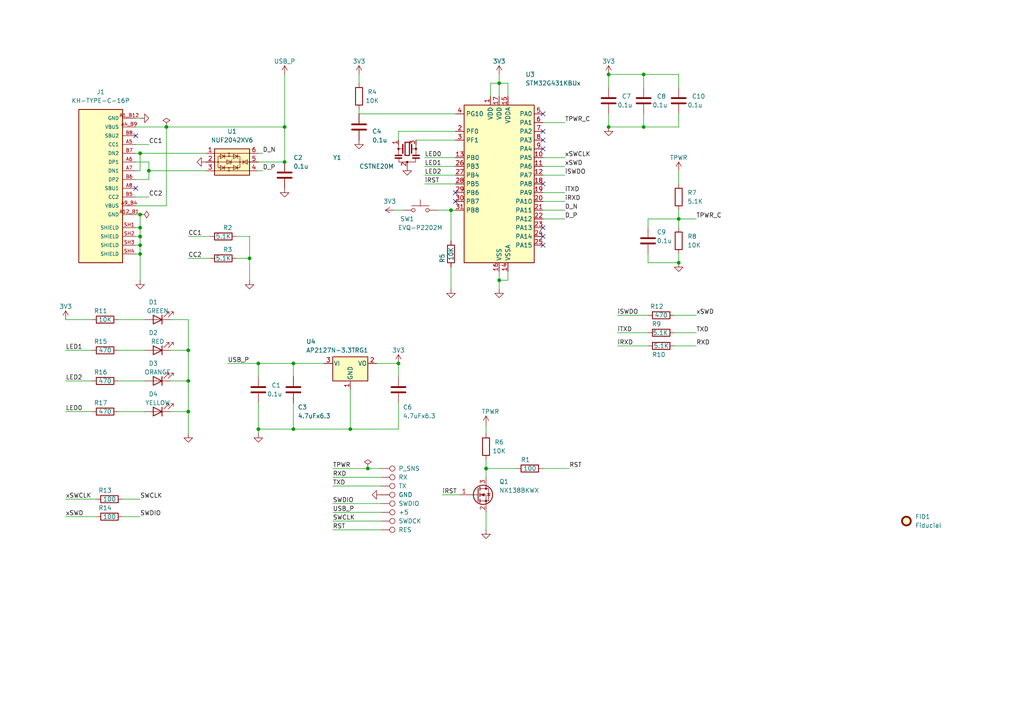
<source format=kicad_sch>
(kicad_sch (version 20231120) (generator "eeschema") (generator_version "8.0")
  (paper "A4")
  (lib_symbols
    (symbol "Connector:TestPoint" (pin_numbers hide) (pin_names (offset 0.762) hide)
      (property "Reference" "TP" (at 0 6.858 0))
      (property "Value" "TestPoint" (at 0 5.08 0))
      (symbol "TestPoint_0_1"
        (circle (center 0 3.302) (radius 0.762))
      )
      (symbol "TestPoint_1_1"
        (pin passive line (at 0 0 90) (length 2.54) (name "1") (number "1"))
      )
    )
    (symbol "Device:C" (pin_numbers hide) (pin_names (offset 0.254))
      (property "Reference" "C" (at 0.635 2.54 0))
      (property "Value" "C" (at 0.635 -2.54 0))
      (symbol "C_0_1"
        (polyline (pts (xy -2.032 -0.762) (xy 2.032 -0.762)) (stroke (width 0.508)))
        (polyline (pts (xy -2.032 0.762) (xy 2.032 0.762)) (stroke (width 0.508)))
      )
      (symbol "C_1_1"
        (pin passive line (at 0 3.81 270) (length 2.794) (name "~") (number "1"))
        (pin passive line (at 0 -3.81 90) (length 2.794) (name "~") (number "2"))
      )
    )
    (symbol "Device:LED" (pin_numbers hide) (pin_names (offset 1.016) hide)
      (property "Reference" "D" (at 0 2.54 0))
      (property "Value" "LED" (at 0 -2.54 0))
      (symbol "LED_0_1"
        (polyline (pts (xy -1.27 -1.27) (xy -1.27 1.27)) (stroke (width 0.254)))
        (polyline (pts (xy -1.27 0) (xy 1.27 0)))
        (polyline (pts (xy 1.27 -1.27) (xy 1.27 1.27) (xy -1.27 0) (xy 1.27 -1.27)) (stroke (width 0.254)))
        (polyline (pts (xy -3.048 -0.762) (xy -4.572 -2.286) (xy -3.81 -2.286) (xy -4.572 -2.286) (xy -4.572 -1.524)))
        (polyline (pts (xy -1.778 -0.762) (xy -3.302 -2.286) (xy -2.54 -2.286) (xy -3.302 -2.286) (xy -3.302 -1.524)))
      )
      (symbol "LED_1_1"
        (pin passive line (at -3.81 0 0) (length 2.54) (name "K") (number "1"))
        (pin passive line (at 3.81 0 180) (length 2.54) (name "A") (number "2"))
      )
    )
    (symbol "Device:R" (pin_numbers hide) (pin_names (offset 0))
      (property "Reference" "R" (at 2.032 0 90))
      (property "Value" "R" (at 0 0 90))
      (symbol "R_0_1"
        (rectangle (start -1.016 -2.54) (end 1.016 2.54) (stroke (width 0.254)))
      )
      (symbol "R_1_1"
        (pin passive line (at 0 3.81 270) (length 1.27) (name "~") (number "1"))
        (pin passive line (at 0 -3.81 90) (length 1.27) (name "~") (number "2"))
      )
    )
    (symbol "Device:Resonator_Small" (pin_names (offset 1.016) hide)
      (property "Reference" "Y" (at 3.175 1.905 0))
      (property "Value" "Resonator_Small" (at 3.175 0 0))
      (symbol "Resonator_Small_0_1"
        (rectangle (start -3.556 -2.54) (end -1.524 -2.794) (fill (type outline)))
        (rectangle (start -3.556 -1.778) (end -1.524 -2.032) (fill (type outline)))
        (circle (center -2.54 0) (radius 0.254) (fill (type outline)))
        (rectangle (start -0.635 1.905) (end 0.635 -1.905) (stroke (width 0.3048)))
        (circle (center 0 -3.81) (radius 0.254) (fill (type outline)))
        (polyline (pts (xy -2.54 -1.778) (xy -2.54 0)))
        (polyline (pts (xy -2.54 0) (xy -1.397 0)))
        (polyline (pts (xy -2.54 1.27) (xy -2.54 0)))
        (polyline (pts (xy -1.27 -1.27) (xy -1.27 1.27)) (stroke (width 0.381)))
        (polyline (pts (xy 1.27 -1.27) (xy 1.27 1.27)) (stroke (width 0.381)))
        (polyline (pts (xy 1.27 0) (xy 2.54 0)))
        (polyline (pts (xy 2.54 0) (xy 2.54 -1.778)))
        (polyline (pts (xy 2.54 1.27) (xy 2.54 0)))
        (polyline (pts (xy 2.413 -2.794) (xy 2.413 -3.81) (xy -2.413 -3.81) (xy -2.413 -2.667)))
        (rectangle (start 1.524 -2.54) (end 3.556 -2.794) (fill (type outline)))
        (rectangle (start 1.524 -1.778) (end 3.556 -2.032) (fill (type outline)))
        (circle (center 2.54 0) (radius 0.254) (fill (type outline)))
      )
      (symbol "Resonator_Small_1_1"
        (pin passive line (at -2.54 2.54 270) (length 1.27) (name "1") (number "1"))
        (pin passive line (at 0 -5.08 90) (length 1.27) (name "2") (number "2"))
        (pin passive line (at 2.54 2.54 270) (length 1.27) (name "3") (number "3"))
      )
    )
    (symbol "MCU_ST_STM32G4:STM32G431KBUx"
      (property "Reference" "U" (at -10.16 24.13 0))
      (property "Value" "STM32G431KBUx" (at 5.08 24.13 0))
      (symbol "STM32G431KBUx_0_1"
        (rectangle (start -10.16 -22.86) (end 10.16 22.86) (stroke (width 0.254)) (fill (type background)))
      )
      (symbol "STM32G431KBUx_1_1"
        (pin power_in line (at -2.54 25.4 270) (length 2.54) (name "VDD") (number "1"))
        (pin bidirectional line (at 12.7 7.62 180) (length 2.54) (name "PA5") (number "10"))
        (pin bidirectional line (at 12.7 5.08 180) (length 2.54) (name "PA6") (number "11"))
        (pin bidirectional line (at 12.7 2.54 180) (length 2.54) (name "PA7") (number "12"))
        (pin bidirectional line (at -12.7 7.62 0) (length 2.54) (name "PB0") (number "13"))
        (pin power_in line (at 2.54 -25.4 90) (length 2.54) (name "VSSA") (number "14"))
        (pin power_in line (at 2.54 25.4 270) (length 2.54) (name "VDDA") (number "15"))
        (pin power_in line (at 0 -25.4 90) (length 2.54) (name "VSS") (number "16"))
        (pin power_in line (at 0 25.4 270) (length 2.54) (name "VDD") (number "17"))
        (pin bidirectional line (at 12.7 0 180) (length 2.54) (name "PA8") (number "18"))
        (pin bidirectional line (at 12.7 -2.54 180) (length 2.54) (name "PA9") (number "19"))
        (pin bidirectional line (at -12.7 15.24 0) (length 2.54) (name "PF0") (number "2"))
        (pin bidirectional line (at 12.7 -5.08 180) (length 2.54) (name "PA10") (number "20"))
        (pin bidirectional line (at 12.7 -7.62 180) (length 2.54) (name "PA11") (number "21"))
        (pin bidirectional line (at 12.7 -10.16 180) (length 2.54) (name "PA12") (number "22"))
        (pin bidirectional line (at 12.7 -12.7 180) (length 2.54) (name "PA13") (number "23"))
        (pin bidirectional line (at 12.7 -15.24 180) (length 2.54) (name "PA14") (number "24"))
        (pin bidirectional line (at 12.7 -17.78 180) (length 2.54) (name "PA15") (number "25"))
        (pin bidirectional line (at -12.7 5.08 0) (length 2.54) (name "PB3") (number "26"))
        (pin bidirectional line (at -12.7 2.54 0) (length 2.54) (name "PB4") (number "27"))
        (pin bidirectional line (at -12.7 0 0) (length 2.54) (name "PB5") (number "28"))
        (pin bidirectional line (at -12.7 -2.54 0) (length 2.54) (name "PB6") (number "29"))
        (pin bidirectional line (at -12.7 12.7 0) (length 2.54) (name "PF1") (number "3"))
        (pin bidirectional line (at -12.7 -5.08 0) (length 2.54) (name "PB7") (number "30"))
        (pin bidirectional line (at -12.7 -7.62 0) (length 2.54) (name "PB8") (number "31"))
        (pin passive line (at 0 -25.4 90) (length 2.54) hide (name "VSS") (number "32"))
        (pin passive line (at 0 -25.4 90) (length 2.54) hide (name "VSS") (number "33"))
        (pin bidirectional line (at -12.7 20.32 0) (length 2.54) (name "PG10") (number "4"))
        (pin bidirectional line (at 12.7 20.32 180) (length 2.54) (name "PA0") (number "5"))
        (pin bidirectional line (at 12.7 17.78 180) (length 2.54) (name "PA1") (number "6"))
        (pin bidirectional line (at 12.7 15.24 180) (length 2.54) (name "PA2") (number "7"))
        (pin bidirectional line (at 12.7 12.7 180) (length 2.54) (name "PA3") (number "8"))
        (pin bidirectional line (at 12.7 10.16 180) (length 2.54) (name "PA4") (number "9"))
      )
    )
    (symbol "Mechanical:Fiducial"
      (property "Reference" "FID" (at 0 5.08 0))
      (property "Value" "Fiducial" (at 0 3.175 0))
      (symbol "Fiducial_0_1"
        (circle (center 0 0) (radius 1.27) (stroke (width 0.508)) (fill (type background)))
      )
    )
    (symbol "MyLib:KH-TYPE-C-16P" (pin_names (offset 1.016))
      (property "Reference" "J1" (at -5.08 11.43 0))
      (property "Value" "KH-TYPE-C-16P" (at 2.54 -35.56 0))
      (symbol "KH-TYPE-C-16P_0_0"
        (rectangle (start -6.35 10.16) (end 6.35 -34.29) (stroke (width 0.254)) (fill (type background)))
        (pin power_in line (at 10.16 -20.32 180) (length 3.81) (name "GND") (number "A12_B1"))
        (pin power_in line (at 10.16 7.62 180) (length 3.81) (name "GND") (number "A1_B12"))
        (pin power_in line (at 10.16 5.08 180) (length 3.81) (name "VBUS") (number "A4_B9"))
        (pin bidirectional line (at 10.16 0 180) (length 3.81) (name "CC1") (number "A5"))
        (pin bidirectional line (at 10.16 -5.08 180) (length 3.81) (name "DP1") (number "A6"))
        (pin bidirectional line (at 10.16 -7.62 180) (length 3.81) (name "DN1") (number "A7"))
        (pin bidirectional line (at 10.16 -12.7 180) (length 3.81) (name "SBU1") (number "A8"))
        (pin power_in line (at 10.16 -17.78 180) (length 3.81) (name "VBUS") (number "A9_B4"))
        (pin bidirectional line (at 10.16 -15.24 180) (length 3.81) (name "CC2") (number "B5"))
        (pin bidirectional line (at 10.16 -10.16 180) (length 3.81) (name "DP2") (number "B6"))
        (pin bidirectional line (at 10.16 -2.54 180) (length 3.81) (name "DN2") (number "B7"))
        (pin bidirectional line (at 10.16 2.54 180) (length 3.81) (name "SBU2") (number "B8"))
        (pin passive line (at 10.16 -24.13 180) (length 3.81) (name "SHIELD") (number "SH1"))
        (pin passive line (at 10.16 -26.67 180) (length 3.81) (name "SHIELD") (number "SH2"))
        (pin passive line (at 10.16 -29.21 180) (length 3.81) (name "SHIELD") (number "SH3"))
        (pin passive line (at 10.16 -31.75 180) (length 3.81) (name "SHIELD") (number "SH4"))
      )
    )
    (symbol "Power_Protection:WE-TVS-82400102"
      (property "Reference" "U" (at 0 7.62 0))
      (property "Value" "WE-TVS-82400102" (at 0 5.08 0))
      (symbol "WE-TVS-82400102_0_1"
        (circle (center -4.064 0) (radius 0.127))
        (rectangle (start -4.064 1.651) (end 2.286 -1.651))
        (circle (center -0.889 -2.54) (radius 0.127))
        (circle (center -0.889 -1.651) (radius 0.127))
        (circle (center -0.889 1.651) (radius 0.127))
        (circle (center -0.889 2.54) (radius 0.127))
        (polyline (pts (xy -5.08 -2.54) (xy 5.08 -2.54)))
        (polyline (pts (xy -5.08 2.54) (xy 5.08 2.54)))
        (polyline (pts (xy -4.064 0) (xy -5.08 0)))
        (polyline (pts (xy -4.064 0) (xy 2.286 0)) (fill (type outline)))
        (polyline (pts (xy -2.159 -1.016) (xy -2.159 -2.286)))
        (polyline (pts (xy -2.159 2.286) (xy -2.159 1.016)))
        (polyline (pts (xy -0.889 -1.651) (xy -0.889 -2.413)))
        (polyline (pts (xy -0.889 1.651) (xy -0.889 2.54)))
        (polyline (pts (xy -0.508 -0.635) (xy -0.508 -0.635)))
        (polyline (pts (xy 1.651 -1.016) (xy 1.651 -2.286)))
        (polyline (pts (xy 1.651 2.286) (xy 1.651 1.016)))
        (polyline (pts (xy 2.286 0) (xy 5.08 0)))
        (polyline (pts (xy -3.429 -1.016) (xy -3.429 -2.286) (xy -2.159 -1.651) (xy -3.429 -1.016)))
        (polyline (pts (xy -3.429 1.016) (xy -3.429 2.286) (xy -2.159 1.651) (xy -3.429 1.016)))
        (polyline (pts (xy 0 0.635) (xy -0.254 0.381) (xy -0.254 -0.381) (xy -0.508 -0.635)))
        (polyline (pts (xy 0.381 -1.016) (xy 0.381 -2.286) (xy 1.651 -1.651) (xy 0.381 -1.016)))
        (polyline (pts (xy 0.381 1.016) (xy 0.381 2.286) (xy 1.651 1.651) (xy 0.381 1.016)))
        (circle (center 2.286 0) (radius 0.127))
      )
      (symbol "WE-TVS-82400102_1_1"
        (rectangle (start -5.08 3.81) (end 5.08 -3.81) (stroke (width 0.254)) (fill (type background)))
        (polyline (pts (xy 3.175 0.635) (xy 3.175 -0.635)))
        (polyline (pts (xy -1.524 0.635) (xy -1.524 -0.635) (xy -0.254 0) (xy -1.524 0.635)))
        (polyline (pts (xy 4.445 0.635) (xy 4.445 -0.635) (xy 3.175 0) (xy 4.445 0.635)))
        (pin passive line (at -7.62 2.54 0) (length 2.54) (name "~") (number "1"))
        (pin passive line (at -7.62 0 0) (length 2.54) (name "~") (number "2"))
        (pin passive line (at -7.62 -2.54 0) (length 2.54) (name "~") (number "3"))
        (pin passive line (at 7.62 -2.54 180) (length 2.54) (name "~") (number "4"))
        (pin passive line (at 7.62 0 180) (length 2.54) (name "~") (number "5"))
        (pin passive line (at 7.62 2.54 180) (length 2.54) (name "~") (number "6"))
      )
    )
    (symbol "Regulator_Linear:MCP1700x-330xxTT" (pin_names (offset 0.254))
      (property "Reference" "U" (at -3.81 3.175 0))
      (property "Value" "MCP1700x-330xxTT" (at 0 3.175 0))
      (symbol "MCP1700x-330xxTT_0_1"
        (rectangle (start -5.08 1.905) (end 5.08 -5.08) (stroke (width 0.254)) (fill (type background)))
      )
      (symbol "MCP1700x-330xxTT_1_1"
        (pin power_in line (at 0 -7.62 90) (length 2.54) (name "GND") (number "1"))
        (pin power_out line (at 7.62 0 180) (length 2.54) (name "VO") (number "2"))
        (pin power_in line (at -7.62 0 0) (length 2.54) (name "VI") (number "3"))
      )
    )
    (symbol "Switch:SW_Push" (pin_numbers hide) (pin_names (offset 1.016) hide)
      (property "Reference" "SW" (at 1.27 2.54 0))
      (property "Value" "SW_Push" (at 0 -1.524 0))
      (symbol "SW_Push_0_1"
        (circle (center -2.032 0) (radius 0.508))
        (polyline (pts (xy 0 1.27) (xy 0 3.048)))
        (polyline (pts (xy 2.54 1.27) (xy -2.54 1.27)))
        (circle (center 2.032 0) (radius 0.508))
        (pin passive line (at -5.08 0 0) (length 2.54) (name "1") (number "1"))
        (pin passive line (at 5.08 0 180) (length 2.54) (name "2") (number "2"))
      )
    )
    (symbol "Transistor_FET:2N7002" (pin_names hide)
      (property "Reference" "Q" (at 5.08 1.905 0))
      (property "Value" "2N7002" (at 5.08 0 0))
      (symbol "2N7002_0_1"
        (polyline (pts (xy 0.254 0) (xy -2.54 0)))
        (polyline (pts (xy 0.254 1.905) (xy 0.254 -1.905)) (stroke (width 0.254)))
        (polyline (pts (xy 0.762 -1.27) (xy 0.762 -2.286)) (stroke (width 0.254)))
        (polyline (pts (xy 0.762 0.508) (xy 0.762 -0.508)) (stroke (width 0.254)))
        (polyline (pts (xy 0.762 2.286) (xy 0.762 1.27)) (stroke (width 0.254)))
        (polyline (pts (xy 2.54 2.54) (xy 2.54 1.778)))
        (polyline (pts (xy 2.54 -2.54) (xy 2.54 0) (xy 0.762 0)))
        (polyline (pts (xy 0.762 -1.778) (xy 3.302 -1.778) (xy 3.302 1.778) (xy 0.762 1.778)))
        (polyline (pts (xy 1.016 0) (xy 2.032 0.381) (xy 2.032 -0.381) (xy 1.016 0)) (fill (type outline)))
        (polyline (pts (xy 2.794 0.508) (xy 2.921 0.381) (xy 3.683 0.381) (xy 3.81 0.254)))
        (polyline (pts (xy 3.302 0.381) (xy 2.921 -0.254) (xy 3.683 -0.254) (xy 3.302 0.381)))
        (circle (center 1.651 0) (radius 2.794) (stroke (width 0.254)))
        (circle (center 2.54 -1.778) (radius 0.254) (fill (type outline)))
        (circle (center 2.54 1.778) (radius 0.254) (fill (type outline)))
      )
      (symbol "2N7002_1_1"
        (pin input line (at -5.08 0 0) (length 2.54) (name "G") (number "1"))
        (pin passive line (at 2.54 -5.08 90) (length 2.54) (name "S") (number "2"))
        (pin passive line (at 2.54 5.08 270) (length 2.54) (name "D") (number "3"))
      )
    )
    (symbol "power:+3.3V" (power) (pin_names (offset 0))
      (property "Value" "+3.3V" (at 0 3.556 0))
      (symbol "+3.3V_0_1"
        (polyline (pts (xy -0.762 1.27) (xy 0 2.54)))
        (polyline (pts (xy 0 0) (xy 0 2.54)))
        (polyline (pts (xy 0 2.54) (xy 0.762 1.27)))
      )
      (symbol "+3.3V_1_1"
        (pin power_in line (at 0 0 90) (length 0) hide (name "+3.3V") (number "1"))
      )
    )
    (symbol "power:GND" (power) (pin_names (offset 0))
      (property "Value" "GND" (at 0 -3.81 0))
      (symbol "GND_0_1"
        (polyline (pts (xy 0 0) (xy 0 -1.27) (xy 1.27 -1.27) (xy 0 -2.54) (xy -1.27 -1.27) (xy 0 -1.27)))
      )
      (symbol "GND_1_1"
        (pin power_in line (at 0 0 270) (length 0) hide (name "GND") (number "1"))
      )
    )
    (symbol "power:PWR_FLAG" (power) (pin_numbers hide) (pin_names (offset 0) hide)
      (property "Value" "PWR_FLAG" (at 0 3.81 0))
      (symbol "PWR_FLAG_0_0"
        (pin power_out line (at 0 0 90) (length 0) (name "pwr") (number "1"))
      )
      (symbol "PWR_FLAG_0_1"
        (polyline (pts (xy 0 0) (xy 0 1.27) (xy -1.016 1.905) (xy 0 2.54) (xy 1.016 1.905) (xy 0 1.27)))
      )
    )
    (symbol "power:VCC" (power) (pin_names (offset 0))
      (property "Value" "VCC" (at 0 3.81 0))
      (symbol "VCC_0_1"
        (polyline (pts (xy -0.762 1.27) (xy 0 2.54)))
        (polyline (pts (xy 0 0) (xy 0 2.54)))
        (polyline (pts (xy 0 2.54) (xy 0.762 1.27)))
      )
      (symbol "VCC_1_1"
        (pin power_in line (at 0 0 90) (length 0) hide (name "VCC") (number "1"))
      )
    )
  )
  (junction (at 196.85 76.2))
  (junction (at 144.78 24.13))
  (junction (at 115.57 105.41))
  (junction (at 144.78 81.28))
  (junction (at 40.64 66.04))
  (junction (at 40.64 44.45))
  (junction (at 54.61 101.6))
  (junction (at 196.85 63.5))
  (junction (at 140.97 135.89))
  (junction (at 106.68 135.89))
  (junction (at 176.53 36.83))
  (junction (at 40.64 68.58))
  (junction (at 186.69 36.83))
  (junction (at 54.61 119.38))
  (junction (at 72.39 74.93))
  (junction (at 43.18 49.53))
  (junction (at 74.93 124.46))
  (junction (at 40.64 62.23))
  (junction (at 40.64 73.66))
  (junction (at 101.6 124.46))
  (junction (at 176.53 21.59))
  (junction (at 186.69 21.59))
  (junction (at 54.61 110.49))
  (junction (at 82.55 46.99))
  (junction (at 48.26 36.83))
  (junction (at 82.55 36.83))
  (junction (at 85.09 124.46))
  (junction (at 130.81 60.96))
  (junction (at 85.09 105.41))
  (junction (at 40.64 71.12))
  (junction (at 74.93 105.41))
  (no_connect (at 157.48 66.04))
  (no_connect (at 39.37 54.61))
  (no_connect (at 157.48 38.1))
  (no_connect (at 157.48 53.34))
  (no_connect (at 157.48 43.18))
  (no_connect (at 157.48 33.02))
  (no_connect (at 157.48 71.12))
  (no_connect (at 157.48 40.64))
  (no_connect (at 132.08 58.42))
  (no_connect (at 39.37 39.37))
  (no_connect (at 132.08 55.88))
  (no_connect (at 157.48 68.58))
  (wire (pts (xy 74.93 109.22) (xy 74.93 105.41)))
  (wire (pts (xy 40.64 49.53) (xy 40.64 44.45)))
  (wire (pts (xy 163.83 45.72) (xy 157.48 45.72)))
  (wire (pts (xy 179.07 96.52) (xy 187.96 96.52)))
  (wire (pts (xy 19.05 144.78) (xy 27.94 144.78)))
  (wire (pts (xy 186.69 21.59) (xy 196.85 21.59)))
  (wire (pts (xy 187.96 73.66) (xy 187.96 76.2)))
  (wire (pts (xy 59.69 49.53) (xy 43.18 49.53)))
  (wire (pts (xy 130.81 77.47) (xy 130.81 83.82)))
  (wire (pts (xy 186.69 21.59) (xy 186.69 25.4)))
  (wire (pts (xy 140.97 135.89) (xy 140.97 138.43)))
  (wire (pts (xy 39.37 52.07) (xy 43.18 52.07)))
  (wire (pts (xy 196.85 66.04) (xy 196.85 63.5)))
  (wire (pts (xy 142.24 24.13) (xy 142.24 27.94)))
  (wire (pts (xy 72.39 68.58) (xy 68.58 68.58)))
  (wire (pts (xy 74.93 116.84) (xy 74.93 124.46)))
  (wire (pts (xy 54.61 92.71) (xy 54.61 101.6)))
  (wire (pts (xy 85.09 124.46) (xy 101.6 124.46)))
  (wire (pts (xy 82.55 21.59) (xy 82.55 36.83)))
  (wire (pts (xy 140.97 148.59) (xy 140.97 153.67)))
  (wire (pts (xy 19.05 110.49) (xy 26.67 110.49)))
  (wire (pts (xy 40.64 44.45) (xy 59.69 44.45)))
  (wire (pts (xy 96.52 146.05) (xy 110.49 146.05)))
  (wire (pts (xy 196.85 25.4) (xy 196.85 21.59)))
  (wire (pts (xy 43.18 52.07) (xy 43.18 49.53)))
  (wire (pts (xy 96.52 153.67) (xy 110.49 153.67)))
  (wire (pts (xy 40.64 71.12) (xy 40.64 73.66)))
  (wire (pts (xy 85.09 105.41) (xy 93.98 105.41)))
  (wire (pts (xy 72.39 74.93) (xy 68.58 74.93)))
  (wire (pts (xy 43.18 46.99) (xy 43.18 49.53)))
  (wire (pts (xy 196.85 49.53) (xy 196.85 53.34)))
  (wire (pts (xy 54.61 74.93) (xy 60.96 74.93)))
  (wire (pts (xy 157.48 135.89) (xy 165.1 135.89)))
  (wire (pts (xy 147.32 81.28) (xy 144.78 81.28)))
  (wire (pts (xy 49.53 110.49) (xy 54.61 110.49)))
  (wire (pts (xy 179.07 91.44) (xy 187.96 91.44)))
  (wire (pts (xy 39.37 36.83) (xy 48.26 36.83)))
  (wire (pts (xy 19.05 119.38) (xy 26.67 119.38)))
  (wire (pts (xy 144.78 24.13) (xy 144.78 27.94)))
  (wire (pts (xy 196.85 36.83) (xy 196.85 33.02)))
  (wire (pts (xy 196.85 60.96) (xy 196.85 63.5)))
  (wire (pts (xy 140.97 133.35) (xy 140.97 135.89)))
  (wire (pts (xy 74.93 124.46) (xy 85.09 124.46)))
  (wire (pts (xy 120.65 40.64) (xy 132.08 40.64)))
  (wire (pts (xy 116.84 60.96) (xy 114.3 60.96)))
  (wire (pts (xy 187.96 66.04) (xy 187.96 63.5)))
  (wire (pts (xy 96.52 135.89) (xy 106.68 135.89)))
  (wire (pts (xy 115.57 40.64) (xy 115.57 38.1)))
  (wire (pts (xy 163.83 50.8) (xy 157.48 50.8)))
  (wire (pts (xy 40.64 68.58) (xy 40.64 71.12)))
  (wire (pts (xy 34.29 92.71) (xy 41.91 92.71)))
  (wire (pts (xy 179.07 100.33) (xy 187.96 100.33)))
  (wire (pts (xy 128.27 143.51) (xy 133.35 143.51)))
  (wire (pts (xy 147.32 78.74) (xy 147.32 81.28)))
  (wire (pts (xy 74.93 125.73) (xy 74.93 124.46)))
  (wire (pts (xy 127 60.96) (xy 130.81 60.96)))
  (wire (pts (xy 176.53 21.59) (xy 176.53 25.4)))
  (wire (pts (xy 186.69 36.83) (xy 176.53 36.83)))
  (wire (pts (xy 104.14 21.59) (xy 104.14 24.13)))
  (wire (pts (xy 187.96 63.5) (xy 196.85 63.5)))
  (wire (pts (xy 144.78 83.82) (xy 144.78 81.28)))
  (wire (pts (xy 123.19 45.72) (xy 132.08 45.72)))
  (wire (pts (xy 40.64 34.29) (xy 39.37 34.29)))
  (wire (pts (xy 19.05 149.86) (xy 27.94 149.86)))
  (wire (pts (xy 106.68 135.89) (xy 110.49 135.89)))
  (wire (pts (xy 115.57 116.84) (xy 115.57 124.46)))
  (wire (pts (xy 163.83 48.26) (xy 157.48 48.26)))
  (wire (pts (xy 66.04 105.41) (xy 74.93 105.41)))
  (wire (pts (xy 39.37 49.53) (xy 40.64 49.53)))
  (wire (pts (xy 187.96 76.2) (xy 196.85 76.2)))
  (wire (pts (xy 49.53 101.6) (xy 54.61 101.6)))
  (wire (pts (xy 104.14 33.02) (xy 132.08 33.02)))
  (wire (pts (xy 144.78 81.28) (xy 144.78 78.74)))
  (wire (pts (xy 195.58 91.44) (xy 201.93 91.44)))
  (wire (pts (xy 123.19 48.26) (xy 132.08 48.26)))
  (wire (pts (xy 35.56 149.86) (xy 40.64 149.86)))
  (wire (pts (xy 40.64 62.23) (xy 39.37 62.23)))
  (wire (pts (xy 96.52 148.59) (xy 110.49 148.59)))
  (wire (pts (xy 96.52 151.13) (xy 110.49 151.13)))
  (wire (pts (xy 43.18 46.99) (xy 39.37 46.99)))
  (wire (pts (xy 104.14 31.75) (xy 104.14 33.02)))
  (wire (pts (xy 123.19 50.8) (xy 132.08 50.8)))
  (wire (pts (xy 130.81 69.85) (xy 130.81 60.96)))
  (wire (pts (xy 147.32 24.13) (xy 144.78 24.13)))
  (wire (pts (xy 157.48 60.96) (xy 163.83 60.96)))
  (wire (pts (xy 140.97 135.89) (xy 149.86 135.89)))
  (wire (pts (xy 40.64 68.58) (xy 39.37 68.58)))
  (wire (pts (xy 130.81 60.96) (xy 132.08 60.96)))
  (wire (pts (xy 40.64 66.04) (xy 40.64 68.58)))
  (wire (pts (xy 74.93 105.41) (xy 85.09 105.41)))
  (wire (pts (xy 176.53 33.02) (xy 176.53 36.83)))
  (wire (pts (xy 35.56 144.78) (xy 40.64 144.78)))
  (wire (pts (xy 115.57 105.41) (xy 115.57 109.22)))
  (wire (pts (xy 19.05 92.71) (xy 26.67 92.71)))
  (wire (pts (xy 48.26 59.69) (xy 39.37 59.69)))
  (wire (pts (xy 144.78 21.59) (xy 144.78 24.13)))
  (wire (pts (xy 147.32 24.13) (xy 147.32 27.94)))
  (wire (pts (xy 76.2 49.53) (xy 74.93 49.53)))
  (wire (pts (xy 196.85 36.83) (xy 186.69 36.83)))
  (wire (pts (xy 40.64 62.23) (xy 40.64 66.04)))
  (wire (pts (xy 101.6 124.46) (xy 115.57 124.46)))
  (wire (pts (xy 101.6 113.03) (xy 101.6 124.46)))
  (wire (pts (xy 85.09 109.22) (xy 85.09 105.41)))
  (wire (pts (xy 163.83 58.42) (xy 157.48 58.42)))
  (wire (pts (xy 34.29 101.6) (xy 41.91 101.6)))
  (wire (pts (xy 34.29 110.49) (xy 41.91 110.49)))
  (wire (pts (xy 115.57 38.1) (xy 132.08 38.1)))
  (wire (pts (xy 40.64 73.66) (xy 39.37 73.66)))
  (wire (pts (xy 43.18 41.91) (xy 39.37 41.91)))
  (wire (pts (xy 196.85 73.66) (xy 196.85 76.2)))
  (wire (pts (xy 54.61 110.49) (xy 54.61 119.38)))
  (wire (pts (xy 109.22 105.41) (xy 115.57 105.41)))
  (wire (pts (xy 40.64 71.12) (xy 39.37 71.12)))
  (wire (pts (xy 72.39 68.58) (xy 72.39 74.93)))
  (wire (pts (xy 48.26 36.83) (xy 48.26 59.69)))
  (wire (pts (xy 76.2 44.45) (xy 74.93 44.45)))
  (wire (pts (xy 201.93 63.5) (xy 196.85 63.5)))
  (wire (pts (xy 96.52 138.43) (xy 110.49 138.43)))
  (wire (pts (xy 195.58 96.52) (xy 201.93 96.52)))
  (wire (pts (xy 140.97 123.19) (xy 140.97 125.73)))
  (wire (pts (xy 40.64 66.04) (xy 39.37 66.04)))
  (wire (pts (xy 48.26 36.83) (xy 82.55 36.83)))
  (wire (pts (xy 54.61 101.6) (xy 54.61 110.49)))
  (wire (pts (xy 123.19 53.34) (xy 132.08 53.34)))
  (wire (pts (xy 54.61 68.58) (xy 60.96 68.58)))
  (wire (pts (xy 19.05 101.6) (xy 26.67 101.6)))
  (wire (pts (xy 72.39 74.93) (xy 72.39 81.28)))
  (wire (pts (xy 96.52 140.97) (xy 110.49 140.97)))
  (wire (pts (xy 85.09 116.84) (xy 85.09 124.46)))
  (wire (pts (xy 186.69 33.02) (xy 186.69 36.83)))
  (wire (pts (xy 54.61 125.73) (xy 54.61 119.38)))
  (wire (pts (xy 163.83 55.88) (xy 157.48 55.88)))
  (wire (pts (xy 34.29 119.38) (xy 41.91 119.38)))
  (wire (pts (xy 157.48 63.5) (xy 163.83 63.5)))
  (wire (pts (xy 157.48 35.56) (xy 163.83 35.56)))
  (wire (pts (xy 82.55 46.99) (xy 74.93 46.99)))
  (wire (pts (xy 195.58 100.33) (xy 201.93 100.33)))
  (wire (pts (xy 43.18 57.15) (xy 39.37 57.15)))
  (wire (pts (xy 144.78 24.13) (xy 142.24 24.13)))
  (wire (pts (xy 40.64 81.28) (xy 40.64 73.66)))
  (wire (pts (xy 82.55 36.83) (xy 82.55 46.99)))
  (wire (pts (xy 54.61 119.38) (xy 49.53 119.38)))
  (wire (pts (xy 39.37 44.45) (xy 40.64 44.45)))
  (wire (pts (xy 54.61 92.71) (xy 49.53 92.71)))
  (wire (pts (xy 186.69 21.59) (xy 176.53 21.59)))
  (label "iRXD" (at 179.07 100.33 0))
  (label "RXD" (at 201.93 100.33 0))
  (label "CC2" (at 54.61 74.93 0))
  (label "xSWCLK" (at 19.05 144.78 0))
  (label "CC1" (at 54.61 68.58 0))
  (label "LED1" (at 123.19 48.26 0))
  (label "LED0" (at 19.05 119.38 0))
  (label "TXD" (at 201.93 96.52 0))
  (label "D_P" (at 76.2 49.53 0))
  (label "xSWD" (at 201.93 91.44 0))
  (label "SWCLK" (at 96.52 151.13 0))
  (label "xSWD" (at 163.83 48.26 0))
  (label "TPWR_C" (at 163.83 35.56 0))
  (label "iTXD" (at 163.83 55.88 0))
  (label "iRXD" (at 163.83 58.42 0))
  (label "LED1" (at 19.05 101.6 0))
  (label "iRST" (at 128.27 143.51 0))
  (label "TPWR" (at 96.52 135.89 0))
  (label "LED2" (at 123.19 50.8 0))
  (label "USB_P" (at 66.04 105.41 0))
  (label "LED2" (at 19.05 110.49 0))
  (label "D_N" (at 76.2 44.45 0))
  (label "SWDIO" (at 96.52 146.05 0))
  (label "CC1" (at 43.18 41.91 0))
  (label "xSWD" (at 19.05 149.86 0))
  (label "xSWCLK" (at 163.83 45.72 0))
  (label "SWCLK" (at 40.64 144.78 0))
  (label "TPWR_C" (at 201.93 63.5 0))
  (label "CC2" (at 43.18 57.15 0))
  (label "TXD" (at 96.52 140.97 0))
  (label "RXD" (at 96.52 138.43 0))
  (label "USB_P" (at 96.52 148.59 0))
  (label "iSWDO" (at 179.07 91.44 0))
  (label "LED0" (at 123.19 45.72 0))
  (label "D_N" (at 163.83 60.96 0))
  (label "iSWDO" (at 163.83 50.8 0))
  (label "iTXD" (at 179.07 96.52 0))
  (label "RST" (at 96.52 153.67 0))
  (label "D_P" (at 163.83 63.5 0))
  (label "iRST" (at 123.19 53.34 0))
  (label "RST" (at 165.1 135.89 0))
  (label "SWDIO" (at 40.64 149.86 0))
  (symbol (lib_id "Device:R") (at 140.97 129.54 180) (unit 1)
    (property "Reference" "R6" (at 144.78 128.27 0))
    (property "Value" "10K" (at 144.78 130.81 0))
    (property "Footprint" "Resistor_SMD:R_0402_1005Metric" (effects (hide yes)))
    (property "Description" "Resistor" (effects (hide yes)))
  )
  (symbol (lib_id "Connector:TestPoint") (at 110.49 140.97 270) (mirror x) (unit 1)
    (property "Reference" "TX1" (effects (hide yes)))
    (property "Value" "TX" (at 115.57 140.97 90) (effects (justify left)))
    (property "Footprint" "MyLib:Castellated_Hole" (effects (hide yes)))
    (property "Description" "test point" (effects (hide yes)))
  )
  (symbol (lib_id "Device:R") (at 191.77 100.33 90) (unit 1)
    (property "Reference" "R10" (at 193.04 102.87 90) (effects (justify left)))
    (property "Value" "5.1K" (at 194.056 100.33 90) (effects (justify left)))
    (property "Footprint" "Resistor_SMD:R_0402_1005Metric" (effects (hide yes)))
  )
  (symbol (lib_id "power:VCC") (at 196.85 49.53 0) (unit 1)
    (property "Reference" "#PWR023" (effects (hide yes)))
    (property "Value" "TPWR" (at 196.85 45.72 0))
    (property "Description" "Power symbol creates a global label with name \"VCC\"" (effects (hide yes)))
  )
  (symbol (lib_id "Device:R") (at 196.85 69.85 0) (unit 1)
    (property "Reference" "R8" (at 199.39 68.58 0) (effects (justify left)))
    (property "Value" "10K" (at 199.39 71.12 0) (effects (justify left)))
    (property "Footprint" "Resistor_SMD:R_0402_1005Metric" (effects (hide yes)))
  )
  (symbol (lib_id "power:VCC") (at 104.14 21.59 0) (unit 1)
    (property "Reference" "#PWR011" (effects (hide yes)))
    (property "Value" "3V3" (at 104.14 17.78 0))
    (property "Description" "Power symbol creates a global label with name \"VCC\"" (effects (hide yes)))
  )
  (symbol (lib_id "Connector:TestPoint") (at 110.49 153.67 270) (mirror x) (unit 1)
    (property "Reference" "RES1" (effects (hide yes)))
    (property "Value" "RES" (at 115.57 153.67 90) (effects (justify left)))
    (property "Footprint" "MyLib:Castellated_Hole" (effects (hide yes)))
    (property "Description" "test point" (effects (hide yes)))
  )
  (symbol (lib_id "Device:LED") (at 45.72 119.38 180) (unit 1)
    (property "Reference" "D4" (at 44.45 114.3 0))
    (property "Value" "YELLOW" (at 45.72 116.84 0))
    (property "Footprint" "LED_SMD:LED_0402_1005Metric" (effects (hide yes)))
  )
  (symbol (lib_id "Device:C") (at 196.85 29.21 0) (unit 1)
    (property "Reference" "C10" (at 200.66 27.94 0) (effects (justify left)))
    (property "Value" "0.1u" (at 199.39 30.48 0) (effects (justify left)))
    (property "Footprint" "Capacitor_SMD:C_0402_1005Metric" (effects (hide yes)))
  )
  (symbol (lib_id "Connector:TestPoint") (at 110.49 148.59 270) (mirror x) (unit 1)
    (property "Reference" "RES2" (effects (hide yes)))
    (property "Value" "+5" (at 115.57 148.59 90) (effects (justify left)))
    (property "Footprint" "MyLib:Castellated_Hole" (effects (hide yes)))
    (property "Description" "test point" (effects (hide yes)))
  )
  (symbol (lib_id "Device:R") (at 64.77 68.58 270) (mirror x) (unit 1)
    (property "Reference" "R2" (at 66.04 66.04 90))
    (property "Value" "5.1K" (at 64.77 68.58 90))
    (property "Footprint" "Resistor_SMD:R_0402_1005Metric" (effects (hide yes)))
    (property "Description" "Resistor" (effects (hide yes)))
  )
  (symbol (lib_id "power:GND") (at 54.61 125.73 0) (unit 1)
    (property "Reference" "#PWR04" (effects (hide yes)))
    (property "Value" "GND" (effects (hide yes)))
  )
  (symbol (lib_id "power:GND") (at 130.81 83.82 0) (unit 1)
    (property "Reference" "#PWR015" (effects (hide yes)))
    (property "Value" "GND" (effects (hide yes)))
    (property "Description" "Power symbol creates a global label with name \"GND\" , ground" (effects (hide yes)))
  )
  (symbol (lib_id "power:GND") (at 104.14 40.64 0) (unit 1)
    (property "Reference" "#PWR012" (effects (hide yes)))
    (property "Value" "GND" (effects (hide yes)))
    (property "Description" "Power symbol creates a global label with name \"GND\" , ground" (effects (hide yes)))
  )
  (symbol (lib_id "MCU_ST_STM32G4:STM32G431KBUx") (at 144.78 53.34 0) (unit 1)
    (property "Reference" "U3" (at 152.4 21.59 0) (effects (justify left)))
    (property "Value" "STM32G431KBUx" (at 152.4 24.13 0) (effects (justify left)))
    (property "Footprint" "Package_DFN_QFN:QFN-32-1EP_5x5mm_P0.5mm_EP3.45x3.45mm" (effects (hide yes)))
    (property "Datasheet" "https://www.st.com/resource/en/datasheet/stm32g431kb.pdf" (effects (hide yes)))
    (property "Description" "STMicroelectronics Arm Cortex-M4 MCU, 128KB flash, 32KB RAM, 170 MHz, 1.71-3.6V, 26 GPIO, UFQFPN32" (effects (hide yes)))
  )
  (symbol (lib_id "Device:R") (at 30.48 92.71 90) (unit 1)
    (property "Reference" "R11" (at 29.21 90.17 90))
    (property "Value" "10K" (at 30.48 92.71 90))
    (property "Footprint" "Resistor_SMD:R_0402_1005Metric" (effects (hide yes)))
    (property "Description" "Resistor" (effects (hide yes)))
  )
  (symbol (lib_id "power:+3.3V") (at 82.55 21.59 0) (unit 1)
    (property "Reference" "#PWR09" (effects (hide yes)))
    (property "Value" "USB_P" (at 82.55 17.78 0))
  )
  (symbol (lib_id "Power_Protection:WE-TVS-82400102") (at 67.31 46.99 0) (unit 1)
    (property "Reference" "U1" (at 67.31 38.1 0))
    (property "Value" "NUF2042XV6" (at 67.31 40.64 0))
    (property "Footprint" "Package_TO_SOT_SMD:SOT-563" (effects (hide yes)))
    (property "Datasheet" "https://www.we-online.com/components/products/datasheet/82400102.pdf" (effects (hide yes)))
    (property "Description" "Low Capacitance TVS Diode Array, 2 Channels, SOT-23-6" (effects (hide yes)))
  )
  (symbol (lib_id "Device:R") (at 196.85 57.15 0) (unit 1)
    (property "Reference" "R7" (at 199.39 55.88 0) (effects (justify left)))
    (property "Value" "5.1K" (at 199.39 58.42 0) (effects (justify left)))
    (property "Footprint" "Resistor_SMD:R_0402_1005Metric" (effects (hide yes)))
  )
  (symbol (lib_id "power:VCC") (at 140.97 123.19 0) (unit 1)
    (property "Reference" "#PWR019" (effects (hide yes)))
    (property "Value" "TPWR" (at 142.24 119.38 0))
    (property "Description" "Power symbol creates a global label with name \"VCC\"" (effects (hide yes)))
  )
  (symbol (lib_id "power:GND") (at 144.78 83.82 0) (unit 1)
    (property "Reference" "#PWR018" (effects (hide yes)))
    (property "Value" "GND" (effects (hide yes)))
    (property "Description" "Power symbol creates a global label with name \"GND\" , ground" (effects (hide yes)))
  )
  (symbol (lib_id "Device:C") (at 85.09 113.03 180) (unit 1)
    (property "Reference" "C3" (at 86.36 118.11 0) (effects (justify right)))
    (property "Value" "4.7uFx6.3" (at 86.36 120.65 0) (effects (justify right)))
    (property "Footprint" "Capacitor_SMD:C_0603_1608Metric" (effects (hide yes)))
  )
  (symbol (lib_id "power:PWR_FLAG") (at 106.68 135.89 0) (unit 1)
    (property "Reference" "#FLG03" (effects (hide yes)))
    (property "Value" "PWR_FLAG" (effects (hide yes)))
    (property "Description" "Special symbol for telling ERC where power comes from" (effects (hide yes)))
  )
  (symbol (lib_id "power:VCC") (at 115.57 105.41 0) (unit 1)
    (property "Reference" "#PWR016" (effects (hide yes)))
    (property "Value" "3V3" (at 115.57 101.6 0))
    (property "Description" "Power symbol creates a global label with name \"VCC\"" (effects (hide yes)))
  )
  (symbol (lib_id "Device:Resonator_Small") (at 118.11 43.18 0) (unit 1)
    (property "Reference" "Y1" (at 97.79 45.72 0))
    (property "Value" "CSTNE20M" (at 109.22 48.26 0))
    (property "Footprint" "Crystal:Resonator_SMD_Murata_CSTxExxV-3Pin_3.0x1.1mm" (effects (hide yes)))
    (property "Description" "Three pin ceramic resonator, small symbol" (effects (hide yes)))
  )
  (symbol (lib_id "Device:C") (at 104.14 36.83 0) (unit 1)
    (property "Reference" "C4" (at 107.95 38.1 0) (effects (justify left)))
    (property "Value" "0.1u" (at 107.95 40.64 0) (effects (justify left)))
    (property "Footprint" "Capacitor_SMD:C_0402_1005Metric" (effects (hide yes)))
  )
  (symbol (lib_id "power:PWR_FLAG") (at 40.64 62.23 270) (unit 1)
    (property "Reference" "#FLG01" (effects (hide yes)))
    (property "Value" "PWR_FLAG" (effects (hide yes)))
    (property "Description" "Special symbol for telling ERC where power comes from" (effects (hide yes)))
  )
  (symbol (lib_id "power:GND") (at 40.64 81.28 0) (unit 1)
    (property "Reference" "#PWR03" (effects (hide yes)))
    (property "Value" "GND" (effects (hide yes)))
  )
  (symbol (lib_id "Device:R") (at 30.48 110.49 90) (unit 1)
    (property "Reference" "R16" (at 29.21 107.95 90))
    (property "Value" "470" (at 30.48 110.49 90))
    (property "Footprint" "Resistor_SMD:R_0402_1005Metric" (effects (hide yes)))
    (property "Description" "Resistor" (effects (hide yes)))
  )
  (symbol (lib_id "Device:C") (at 82.55 50.8 0) (unit 1)
    (property "Reference" "C2" (at 85.09 45.72 0) (effects (justify left)))
    (property "Value" "0.1u" (at 85.09 48.26 0) (effects (justify left)))
    (property "Footprint" "Capacitor_SMD:C_0402_1005Metric" (effects (hide yes)))
  )
  (symbol (lib_id "Switch:SW_Push") (at 121.92 60.96 0) (unit 1)
    (property "Reference" "SW1" (at 118.11 63.5 0))
    (property "Value" "EVQ-P2202M" (at 121.92 66.04 0))
    (property "Footprint" "MyLib:EVQ-P2202M" (effects (hide yes)))
  )
  (symbol (lib_id "Device:R") (at 153.67 135.89 90) (unit 1)
    (property "Reference" "R1" (at 152.4 133.35 90))
    (property "Value" "100" (at 153.67 135.89 90))
    (property "Footprint" "Resistor_SMD:R_0402_1005Metric" (effects (hide yes)))
    (property "Description" "Resistor" (effects (hide yes)))
  )
  (symbol (lib_id "power:GND") (at 118.11 48.26 0) (unit 1)
    (property "Reference" "#PWR014" (effects (hide yes)))
    (property "Value" "GND" (effects (hide yes)))
    (property "Description" "Power symbol creates a global label with name \"GND\" , ground" (effects (hide yes)))
  )
  (symbol (lib_id "power:GND") (at 59.69 46.99 270) (unit 1)
    (property "Reference" "#PWR05" (effects (hide yes)))
    (property "Value" "GND" (effects (hide yes)))
  )
  (symbol (lib_id "Regulator_Linear:MCP1700x-330xxTT") (at 101.6 105.41 0) (unit 1)
    (property "Reference" "U4" (at 90.17 99.06 0))
    (property "Value" "AP2127N-3.3TRG1" (at 97.79 101.6 0))
    (property "Footprint" "Package_TO_SOT_SMD:SOT-23" (effects (hide yes)))
    (property "Datasheet" "http://ww1.microchip.com/downloads/en/DeviceDoc/20001826D.pdf" (effects (hide yes)))
    (property "Description" "250mA Low Quiscent Current LDO, 3.3V output, SOT-23" (effects (hide yes)))
  )
  (symbol (lib_id "Mechanical:Fiducial") (at 262.89 151.13 0) (unit 1)
    (property "Reference" "FID1" (at 265.43 149.8599 0) (effects (justify left)))
    (property "Value" "Fiducial" (at 265.43 152.3999 0) (effects (justify left)))
    (property "Footprint" "Fiducial:Fiducial_0.5mm_Mask1.5mm" (effects (hide yes)))
  )
  (symbol (lib_id "Transistor_FET:2N7002") (at 138.43 143.51 0) (unit 1)
    (property "Reference" "Q1" (at 144.78 139.7 0) (effects (justify left)))
    (property "Value" "NX138BKWX" (at 144.78 142.24 0) (effects (justify left)))
    (property "Footprint" "Package_TO_SOT_SMD:SOT-323_SC-70" (effects (hide yes)))
    (property "Datasheet" "https://www.onsemi.com/pub/Collateral/NDS7002A-D.PDF" (effects (hide yes)))
    (property "Description" "0.115A Id, 60V Vds, N-Channel MOSFET, SOT-23" (effects (hide yes)))
  )
  (symbol (lib_id "Device:LED") (at 45.72 101.6 180) (unit 1)
    (property "Reference" "D2" (at 44.45 96.52 0))
    (property "Value" "RED" (at 45.72 99.06 0))
    (property "Footprint" "LED_SMD:LED_0402_1005Metric" (effects (hide yes)))
  )
  (symbol (lib_id "Device:C") (at 176.53 29.21 0) (unit 1)
    (property "Reference" "C7" (at 180.34 27.94 0) (effects (justify left)))
    (property "Value" "0.1u" (at 179.07 30.48 0) (effects (justify left)))
    (property "Footprint" "Capacitor_SMD:C_0402_1005Metric" (effects (hide yes)))
  )
  (symbol (lib_id "Device:R") (at 191.77 91.44 90) (unit 1)
    (property "Reference" "R12" (at 190.5 88.9 90))
    (property "Value" "470" (at 191.77 91.44 90))
    (property "Footprint" "Resistor_SMD:R_0402_1005Metric" (effects (hide yes)))
    (property "Description" "Resistor" (effects (hide yes)))
  )
  (symbol (lib_id "Connector:TestPoint") (at 110.49 143.51 270) (mirror x) (unit 1)
    (property "Reference" "GND1" (effects (hide yes)))
    (property "Value" "GND" (at 115.57 143.51 90) (effects (justify left)))
    (property "Footprint" "MyLib:Castellated_Hole" (effects (hide yes)))
    (property "Description" "test point" (effects (hide yes)))
  )
  (symbol (lib_id "power:GND") (at 140.97 153.67 0) (unit 1)
    (property "Reference" "#PWR020" (effects (hide yes)))
    (property "Value" "GND" (effects (hide yes)))
    (property "Description" "Power symbol creates a global label with name \"GND\" , ground" (effects (hide yes)))
  )
  (symbol (lib_id "Device:C") (at 186.69 29.21 0) (unit 1)
    (property "Reference" "C8" (at 190.5 27.94 0) (effects (justify left)))
    (property "Value" "0.1u" (at 189.23 30.48 0) (effects (justify left)))
    (property "Footprint" "Capacitor_SMD:C_0402_1005Metric" (effects (hide yes)))
  )
  (symbol (lib_id "Device:LED") (at 45.72 110.49 180) (unit 1)
    (property "Reference" "D3" (at 44.45 105.41 0))
    (property "Value" "ORANGE" (at 45.72 107.95 0))
    (property "Footprint" "LED_SMD:LED_0402_1005Metric" (effects (hide yes)))
  )
  (symbol (lib_id "power:GND") (at 74.93 125.73 0) (unit 1)
    (property "Reference" "#PWR07" (effects (hide yes)))
    (property "Value" "GND" (effects (hide yes)))
  )
  (symbol (lib_id "Connector:TestPoint") (at 110.49 138.43 270) (mirror x) (unit 1)
    (property "Reference" "RX1" (effects (hide yes)))
    (property "Value" "RX" (at 115.57 138.43 90) (effects (justify left)))
    (property "Footprint" "MyLib:Castellated_Hole" (effects (hide yes)))
    (property "Description" "RX" (effects (hide yes)))
  )
  (symbol (lib_id "Connector:TestPoint") (at 110.49 146.05 270) (mirror x) (unit 1)
    (property "Reference" "SWDIO2" (effects (hide yes)))
    (property "Value" "SWDIO" (at 115.57 146.05 90) (effects (justify left)))
    (property "Footprint" "MyLib:Castellated_Hole" (effects (hide yes)))
    (property "Description" "test point" (effects (hide yes)))
  )
  (symbol (lib_id "power:GND") (at 196.85 76.2 0) (unit 1)
    (property "Reference" "#PWR024" (effects (hide yes)))
    (property "Value" "GND" (effects (hide yes)))
  )
  (symbol (lib_id "Device:R") (at 31.75 144.78 90) (unit 1)
    (property "Reference" "R13" (at 30.48 142.24 90))
    (property "Value" "100" (at 31.75 144.78 90))
    (property "Footprint" "Resistor_SMD:R_0402_1005Metric" (effects (hide yes)))
    (property "Description" "Resistor" (effects (hide yes)))
  )
  (symbol (lib_id "power:VCC") (at 144.78 21.59 0) (unit 1)
    (property "Reference" "#PWR017" (effects (hide yes)))
    (property "Value" "3V3" (at 144.78 17.78 0))
    (property "Description" "Power symbol creates a global label with name \"VCC\"" (effects (hide yes)))
  )
  (symbol (lib_id "power:GND") (at 110.49 143.51 270) (unit 1)
    (property "Reference" "#PWR08" (effects (hide yes)))
    (property "Value" "GND" (effects (hide yes)))
  )
  (symbol (lib_id "Connector:TestPoint") (at 110.49 135.89 270) (unit 1)
    (property "Reference" "VCC1" (effects (hide yes)))
    (property "Value" "P_SNS" (at 115.57 135.89 90) (effects (justify left)))
    (property "Footprint" "MyLib:Castellated_Hole" (effects (hide yes)))
    (property "Description" "VCC" (effects (hide yes)))
  )
  (symbol (lib_id "Device:C") (at 115.57 113.03 180) (unit 1)
    (property "Reference" "C6" (at 116.84 118.11 0) (effects (justify right)))
    (property "Value" "4.7uFx6.3" (at 116.84 120.65 0) (effects (justify right)))
    (property "Footprint" "Capacitor_SMD:C_0603_1608Metric" (effects (hide yes)))
  )
  (symbol (lib_id "power:VCC") (at 176.53 21.59 0) (unit 1)
    (property "Reference" "#PWR021" (effects (hide yes)))
    (property "Value" "3V3" (at 176.53 17.78 0))
    (property "Description" "Power symbol creates a global label with name \"VCC\"" (effects (hide yes)))
  )
  (symbol (lib_id "power:PWR_FLAG") (at 48.26 36.83 0) (unit 1)
    (property "Reference" "#FLG02" (effects (hide yes)))
    (property "Value" "PWR_FLAG" (effects (hide yes)))
    (property "Description" "Special symbol for telling ERC where power comes from" (effects (hide yes)))
  )
  (symbol (lib_id "power:GND") (at 40.64 34.29 90) (unit 1)
    (property "Reference" "#PWR02" (effects (hide yes)))
    (property "Value" "GND" (effects (hide yes)))
  )
  (symbol (lib_id "power:GND") (at 72.39 81.28 0) (unit 1)
    (property "Reference" "#PWR06" (effects (hide yes)))
    (property "Value" "GND" (effects (hide yes)))
  )
  (symbol (lib_id "power:VCC") (at 114.3 60.96 90) (unit 1)
    (property "Reference" "#PWR013" (effects (hide yes)))
    (property "Value" "3V3" (at 113.03 58.42 90))
    (property "Description" "Power symbol creates a global label with name \"VCC\"" (effects (hide yes)))
  )
  (symbol (lib_id "Device:R") (at 191.77 96.52 90) (unit 1)
    (property "Reference" "R9" (at 191.77 93.98 90) (effects (justify left)))
    (property "Value" "5.1K" (at 193.802 96.52 90) (effects (justify left)))
    (property "Footprint" "Resistor_SMD:R_0402_1005Metric" (effects (hide yes)))
  )
  (symbol (lib_id "Device:R") (at 104.14 27.94 180) (unit 1)
    (property "Reference" "R4" (at 107.95 26.67 0))
    (property "Value" "10K" (at 107.95 29.21 0))
    (property "Footprint" "Resistor_SMD:R_0402_1005Metric" (effects (hide yes)))
    (property "Description" "Resistor" (effects (hide yes)))
  )
  (symbol (lib_id "Device:R") (at 30.48 101.6 90) (unit 1)
    (property "Reference" "R15" (at 29.21 99.06 90))
    (property "Value" "470" (at 30.48 101.6 90))
    (property "Footprint" "Resistor_SMD:R_0402_1005Metric" (effects (hide yes)))
    (property "Description" "Resistor" (effects (hide yes)))
  )
  (symbol (lib_id "Device:R") (at 64.77 74.93 270) (mirror x) (unit 1)
    (property "Reference" "R3" (at 66.04 72.39 90))
    (property "Value" "5.1K" (at 64.77 74.93 90))
    (property "Footprint" "Resistor_SMD:R_0402_1005Metric" (effects (hide yes)))
    (property "Description" "Resistor" (effects (hide yes)))
  )
  (symbol (lib_id "Device:R") (at 130.81 73.66 180) (unit 1)
    (property "Reference" "R5" (at 128.27 74.93 90))
    (property "Value" "10K" (at 130.81 73.66 90))
    (property "Footprint" "Resistor_SMD:R_0402_1005Metric" (effects (hide yes)))
    (property "Description" "Resistor" (effects (hide yes)))
  )
  (symbol (lib_id "power:GND") (at 82.55 54.61 0) (unit 1)
    (property "Reference" "#PWR010" (effects (hide yes)))
    (property "Value" "GND" (effects (hide yes)))
  )
  (symbol (lib_id "power:GND") (at 176.53 36.83 0) (unit 1)
    (property "Reference" "#PWR022" (effects (hide yes)))
    (property "Value" "GND" (effects (hide yes)))
  )
  (symbol (lib_id "Device:R") (at 31.75 149.86 90) (unit 1)
    (property "Reference" "R14" (at 30.48 147.32 90))
    (property "Value" "100" (at 31.75 149.86 90))
    (property "Footprint" "Resistor_SMD:R_0402_1005Metric" (effects (hide yes)))
    (property "Description" "Resistor" (effects (hide yes)))
  )
  (symbol (lib_id "Device:R") (at 30.48 119.38 90) (unit 1)
    (property "Reference" "R17" (at 29.21 116.84 90))
    (property "Value" "470" (at 30.48 119.38 90))
    (property "Footprint" "Resistor_SMD:R_0402_1005Metric" (effects (hide yes)))
    (property "Description" "Resistor" (effects (hide yes)))
  )
  (symbol (lib_id "Connector:TestPoint") (at 110.49 151.13 270) (mirror x) (unit 1)
    (property "Reference" "SWDCK2" (effects (hide yes)))
    (property "Value" "SWDCK" (at 115.57 151.13 90) (effects (justify left)))
    (property "Footprint" "MyLib:Castellated_Hole" (effects (hide yes)))
    (property "Description" "test point" (effects (hide yes)))
  )
  (symbol (lib_id "MyLib:KH-TYPE-C-16P") (at 29.21 41.91 0) (unit 1)
    (property "Reference" "J1" (at 29.21 26.67 0))
    (property "Value" "KH-TYPE-C-16P" (at 29.21 29.21 0))
    (property "Footprint" "MyLib:KINGHELM_KH-TYPE-C-16P" (effects (hide yes)))
    (property "Description" "\n" (effects (hide yes)))
    (property "MF" "kinghelm" (effects (hide yes)))
    (property "MAXIMUM_PACKAGE_HEIGHT" "3.41mm" (effects (hide yes)))
    (property "Package" "None" (effects (hide yes)))
    (property "Price" "None" (effects (hide yes)))
    (property "Check_prices" "https://www.snapeda.com/parts/KH-TYPE-C-16P/Ki/view-part/?ref=eda" (effects (hide yes)))
    (property "STANDARD" "Manufacturer Recommendations" (effects (hide yes)))
    (property "PARTREV" "A0" (effects (hide yes)))
    (property "SnapEDA_Link" "https://www.snapeda.com/parts/KH-TYPE-C-16P/Ki/view-part/?ref=snap" (effects (hide yes)))
    (property "MP" "KH-TYPE-C-16P" (effects (hide yes)))
    (property "SNAPEDA_PN" "KH-TYPE-C-16P" (effects (hide yes)))
    (property "Availability" "Not in stock" (effects (hide yes)))
    (property "MANUFACTURER" "Kinghelm" (effects (hide yes)))
  )
  (symbol (lib_id "power:VCC") (at 19.05 92.71 0) (unit 1)
    (property "Reference" "#PWR01" (effects (hide yes)))
    (property "Value" "3V3" (at 19.05 88.9 0))
    (property "Description" "Power symbol creates a global label with name \"VCC\"" (effects (hide yes)))
  )
  (symbol (lib_id "Device:C") (at 74.93 113.03 0) (unit 1)
    (property "Reference" "C1" (at 78.74 111.76 0) (effects (justify left)))
    (property "Value" "0.1u" (at 77.47 114.3 0) (effects (justify left)))
    (property "Footprint" "Capacitor_SMD:C_0402_1005Metric" (effects (hide yes)))
  )
  (symbol (lib_id "Device:C") (at 187.96 69.85 0) (unit 1)
    (property "Reference" "C9" (at 190.5 67.31 0) (effects (justify left)))
    (property "Value" "0.1u" (at 190.5 69.85 0) (effects (justify left)))
    (property "Footprint" "Capacitor_SMD:C_0402_1005Metric" (effects (hide yes)))
  )
  (symbol (lib_id "Device:LED") (at 45.72 92.71 180) (unit 1)
    (property "Reference" "D1" (at 44.45 87.63 0))
    (property "Value" "GREEN" (at 45.72 90.17 0))
    (property "Footprint" "LED_SMD:LED_0402_1005Metric" (effects (hide yes)))
  )
)
</source>
